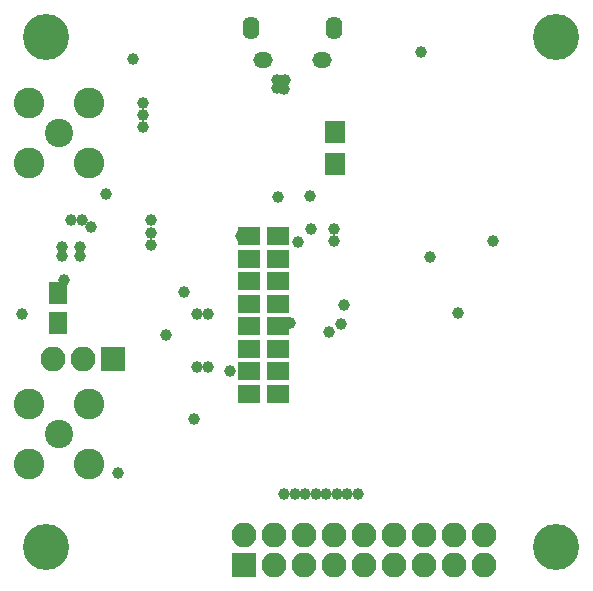
<source format=gbs>
%TF.GenerationSoftware,KiCad,Pcbnew,4.0.6*%
%TF.CreationDate,2017-04-05T20:33:35-07:00*%
%TF.ProjectId,wavegen,7761766567656E2E6B696361645F7063,rev?*%
%TF.FileFunction,Soldermask,Bot*%
%FSLAX46Y46*%
G04 Gerber Fmt 4.6, Leading zero omitted, Abs format (unit mm)*
G04 Created by KiCad (PCBNEW 4.0.6) date 04/05/17 20:33:35*
%MOMM*%
%LPD*%
G01*
G04 APERTURE LIST*
%ADD10C,0.100000*%
%ADD11C,3.900000*%
%ADD12R,1.900000X1.650000*%
%ADD13R,1.650000X1.900000*%
%ADD14O,1.650000X1.350000*%
%ADD15O,1.400000X1.950000*%
%ADD16C,2.600000*%
%ADD17C,2.400000*%
%ADD18R,2.100000X2.100000*%
%ADD19O,2.100000X2.100000*%
%ADD20R,1.700000X1.900000*%
%ADD21C,1.000000*%
G04 APERTURE END LIST*
D10*
D11*
X72390000Y-57150000D03*
X72390000Y-100330000D03*
X115570000Y-100330000D03*
X115570000Y-57150000D03*
D12*
X92055000Y-83566000D03*
X89555000Y-83566000D03*
X92055000Y-85471000D03*
X89555000Y-85471000D03*
X92055000Y-87376000D03*
X89555000Y-87376000D03*
X92055000Y-81661000D03*
X89555000Y-81661000D03*
X92055000Y-79756000D03*
X89555000Y-79756000D03*
X92055000Y-77851000D03*
X89555000Y-77851000D03*
X92055000Y-75946000D03*
X89555000Y-75946000D03*
X92055000Y-74041000D03*
X89555000Y-74041000D03*
D13*
X73406000Y-78887000D03*
X73406000Y-81387000D03*
D14*
X95768800Y-59135000D03*
X90768800Y-59135000D03*
D15*
X96768800Y-56435000D03*
X89768800Y-56435000D03*
D16*
X76073000Y-88265000D03*
X76073000Y-93345000D03*
X70993000Y-93345000D03*
X70993000Y-88265000D03*
D17*
X73533000Y-90805000D03*
D16*
X70993000Y-67818000D03*
X70993000Y-62738000D03*
X76073000Y-62738000D03*
X76073000Y-67818000D03*
D17*
X73533000Y-65278000D03*
D18*
X89154000Y-101854000D03*
D19*
X89154000Y-99314000D03*
X91694000Y-101854000D03*
X91694000Y-99314000D03*
X94234000Y-101854000D03*
X94234000Y-99314000D03*
X96774000Y-101854000D03*
X96774000Y-99314000D03*
X99314000Y-101854000D03*
X99314000Y-99314000D03*
X101854000Y-101854000D03*
X101854000Y-99314000D03*
X104394000Y-101854000D03*
X104394000Y-99314000D03*
X106934000Y-101854000D03*
X106934000Y-99314000D03*
X109474000Y-101854000D03*
X109474000Y-99314000D03*
D18*
X78105000Y-84455000D03*
D19*
X75565000Y-84455000D03*
X73025000Y-84455000D03*
D20*
X96901000Y-65261500D03*
X96901000Y-67961500D03*
D21*
X88011000Y-85471000D03*
X84074000Y-78740000D03*
X92618800Y-60833000D03*
X92583000Y-61595000D03*
X70358000Y-80645000D03*
X92075034Y-70739000D03*
X77470000Y-70485000D03*
X91968800Y-60853800D03*
X91968800Y-61552200D03*
X104140000Y-58420000D03*
X82550000Y-82423000D03*
X107315000Y-80518000D03*
X80645000Y-64770000D03*
X80645000Y-63754000D03*
X80645000Y-62738000D03*
X79756000Y-59055000D03*
X88900000Y-74041000D03*
X96393000Y-82169000D03*
X97663000Y-79883000D03*
X96774000Y-73406000D03*
X94869000Y-73406000D03*
X73787000Y-75692000D03*
X73787000Y-74930000D03*
X75311000Y-75692000D03*
X75311000Y-74930000D03*
X78486000Y-94107000D03*
X84963000Y-89535000D03*
X73924000Y-77744014D03*
X110236000Y-74422000D03*
X104902000Y-75819000D03*
X97394492Y-81472010D03*
X93091000Y-81407000D03*
X93726000Y-74549000D03*
X96774000Y-74422000D03*
X86106000Y-85090000D03*
X86106000Y-80645012D03*
X85217004Y-85090000D03*
X85209216Y-80681165D03*
X92583000Y-95885000D03*
X93472000Y-95885000D03*
X94361000Y-95885000D03*
X95250000Y-95885000D03*
X96139000Y-95885000D03*
X97028000Y-95885000D03*
X97917000Y-95885000D03*
X98806000Y-95885000D03*
X94716000Y-70675500D03*
X81280000Y-74803008D03*
X74549000Y-72644000D03*
X81280004Y-72644000D03*
X75437994Y-72644000D03*
X81280006Y-73787000D03*
X76200000Y-73269000D03*
M02*

</source>
